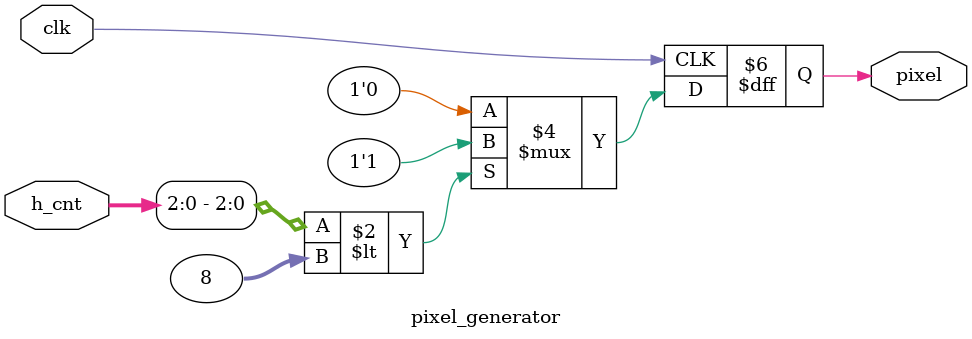
<source format=sv>
module char_gen #(
    parameter CHAR_WIDTH = 8,
    parameter H_DISPLAY = 640,
    parameter V_DISPLAY = 480
)(
    input wire clk, 
    input wire [9:0] h_cnt, v_cnt,
    output reg pixel, blank
);
    // 实例化可复用模块
    display_boundary_check #(
        .H_DISPLAY(H_DISPLAY),
        .V_DISPLAY(V_DISPLAY)
    ) boundary_check_inst (
        .clk(clk),
        .h_cnt(h_cnt),
        .v_cnt(v_cnt),
        .blank(blank)
    );
    
    // 实例化可复用模块
    pixel_generator #(
        .CHAR_WIDTH(CHAR_WIDTH)
    ) pixel_gen_inst (
        .clk(clk),
        .h_cnt(h_cnt),
        .pixel(pixel)
    );
endmodule

// 边界检查模块
module display_boundary_check #(
    parameter H_DISPLAY = 640,
    parameter V_DISPLAY = 480
)(
    input wire clk,
    input wire [9:0] h_cnt, v_cnt,
    output reg blank
);
    always @(posedge clk) begin
        // 根据显示范围计算blank信号
        if (h_cnt > H_DISPLAY || v_cnt > V_DISPLAY) begin
            blank <= 1'b1;
        end
        else begin
            blank <= 1'b0;
        end
    end
endmodule

// 像素生成模块
module pixel_generator #(
    parameter CHAR_WIDTH = 8
)(
    input wire clk,
    input wire [9:0] h_cnt,
    output reg pixel
);
    always @(posedge clk) begin
        // 根据水平计数器生成像素
        if (h_cnt[2:0] < CHAR_WIDTH) begin
            pixel <= 1'b1;
        end
        else begin
            pixel <= 1'b0;
        end
    end
endmodule
</source>
